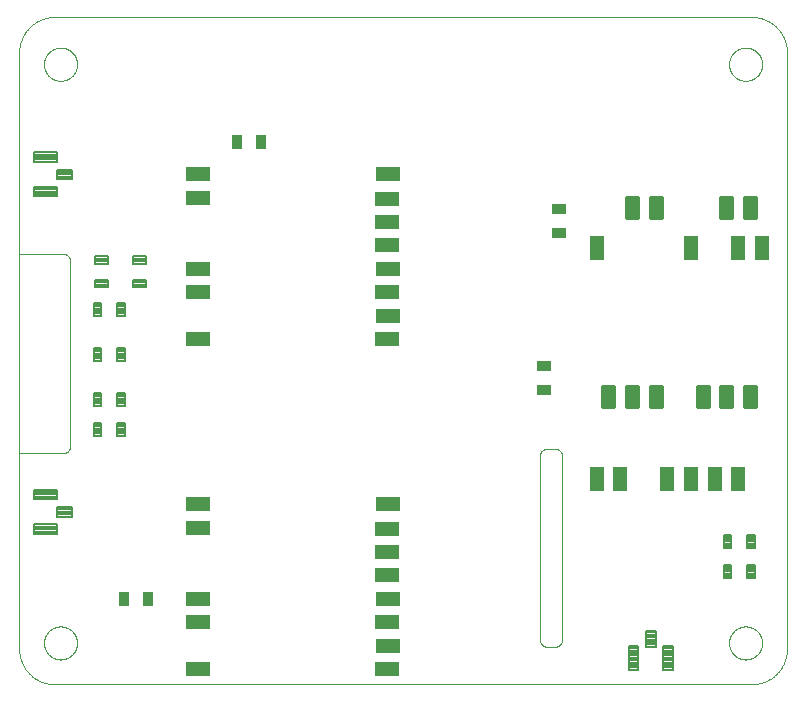
<source format=gtp>
G75*
%MOIN*%
%OFA0B0*%
%FSLAX25Y25*%
%IPPOS*%
%LPD*%
%AMOC8*
5,1,8,0,0,1.08239X$1,22.5*
%
%ADD10C,0.00000*%
%ADD11R,0.07874X0.05000*%
%ADD12R,0.03550X0.05118*%
%ADD13C,0.01000*%
%ADD14R,0.05000X0.07874*%
%ADD15R,0.05118X0.03550*%
%ADD16C,0.00800*%
%ADD17C,0.00787*%
D10*
X0067595Y0040744D02*
X0067595Y0239563D01*
X0067598Y0239848D01*
X0067609Y0240134D01*
X0067626Y0240419D01*
X0067650Y0240703D01*
X0067681Y0240987D01*
X0067719Y0241270D01*
X0067764Y0241551D01*
X0067815Y0241832D01*
X0067873Y0242112D01*
X0067938Y0242390D01*
X0068010Y0242666D01*
X0068088Y0242940D01*
X0068173Y0243213D01*
X0068265Y0243483D01*
X0068363Y0243751D01*
X0068467Y0244017D01*
X0068578Y0244280D01*
X0068695Y0244540D01*
X0068818Y0244798D01*
X0068948Y0245052D01*
X0069084Y0245303D01*
X0069225Y0245551D01*
X0069373Y0245795D01*
X0069526Y0246036D01*
X0069686Y0246272D01*
X0069851Y0246505D01*
X0070021Y0246734D01*
X0070197Y0246959D01*
X0070379Y0247179D01*
X0070565Y0247395D01*
X0070757Y0247606D01*
X0070954Y0247813D01*
X0071156Y0248015D01*
X0071363Y0248212D01*
X0071574Y0248404D01*
X0071790Y0248590D01*
X0072010Y0248772D01*
X0072235Y0248948D01*
X0072464Y0249118D01*
X0072697Y0249283D01*
X0072933Y0249443D01*
X0073174Y0249596D01*
X0073418Y0249744D01*
X0073666Y0249885D01*
X0073917Y0250021D01*
X0074171Y0250151D01*
X0074429Y0250274D01*
X0074689Y0250391D01*
X0074952Y0250502D01*
X0075218Y0250606D01*
X0075486Y0250704D01*
X0075756Y0250796D01*
X0076029Y0250881D01*
X0076303Y0250959D01*
X0076579Y0251031D01*
X0076857Y0251096D01*
X0077137Y0251154D01*
X0077418Y0251205D01*
X0077699Y0251250D01*
X0077982Y0251288D01*
X0078266Y0251319D01*
X0078550Y0251343D01*
X0078835Y0251360D01*
X0079121Y0251371D01*
X0079406Y0251374D01*
X0311690Y0251374D01*
X0311975Y0251371D01*
X0312261Y0251360D01*
X0312546Y0251343D01*
X0312830Y0251319D01*
X0313114Y0251288D01*
X0313397Y0251250D01*
X0313678Y0251205D01*
X0313959Y0251154D01*
X0314239Y0251096D01*
X0314517Y0251031D01*
X0314793Y0250959D01*
X0315067Y0250881D01*
X0315340Y0250796D01*
X0315610Y0250704D01*
X0315878Y0250606D01*
X0316144Y0250502D01*
X0316407Y0250391D01*
X0316667Y0250274D01*
X0316925Y0250151D01*
X0317179Y0250021D01*
X0317430Y0249885D01*
X0317678Y0249744D01*
X0317922Y0249596D01*
X0318163Y0249443D01*
X0318399Y0249283D01*
X0318632Y0249118D01*
X0318861Y0248948D01*
X0319086Y0248772D01*
X0319306Y0248590D01*
X0319522Y0248404D01*
X0319733Y0248212D01*
X0319940Y0248015D01*
X0320142Y0247813D01*
X0320339Y0247606D01*
X0320531Y0247395D01*
X0320717Y0247179D01*
X0320899Y0246959D01*
X0321075Y0246734D01*
X0321245Y0246505D01*
X0321410Y0246272D01*
X0321570Y0246036D01*
X0321723Y0245795D01*
X0321871Y0245551D01*
X0322012Y0245303D01*
X0322148Y0245052D01*
X0322278Y0244798D01*
X0322401Y0244540D01*
X0322518Y0244280D01*
X0322629Y0244017D01*
X0322733Y0243751D01*
X0322831Y0243483D01*
X0322923Y0243213D01*
X0323008Y0242940D01*
X0323086Y0242666D01*
X0323158Y0242390D01*
X0323223Y0242112D01*
X0323281Y0241832D01*
X0323332Y0241551D01*
X0323377Y0241270D01*
X0323415Y0240987D01*
X0323446Y0240703D01*
X0323470Y0240419D01*
X0323487Y0240134D01*
X0323498Y0239848D01*
X0323501Y0239563D01*
X0323501Y0040744D01*
X0323498Y0040459D01*
X0323487Y0040173D01*
X0323470Y0039888D01*
X0323446Y0039604D01*
X0323415Y0039320D01*
X0323377Y0039037D01*
X0323332Y0038756D01*
X0323281Y0038475D01*
X0323223Y0038195D01*
X0323158Y0037917D01*
X0323086Y0037641D01*
X0323008Y0037367D01*
X0322923Y0037094D01*
X0322831Y0036824D01*
X0322733Y0036556D01*
X0322629Y0036290D01*
X0322518Y0036027D01*
X0322401Y0035767D01*
X0322278Y0035509D01*
X0322148Y0035255D01*
X0322012Y0035004D01*
X0321871Y0034756D01*
X0321723Y0034512D01*
X0321570Y0034271D01*
X0321410Y0034035D01*
X0321245Y0033802D01*
X0321075Y0033573D01*
X0320899Y0033348D01*
X0320717Y0033128D01*
X0320531Y0032912D01*
X0320339Y0032701D01*
X0320142Y0032494D01*
X0319940Y0032292D01*
X0319733Y0032095D01*
X0319522Y0031903D01*
X0319306Y0031717D01*
X0319086Y0031535D01*
X0318861Y0031359D01*
X0318632Y0031189D01*
X0318399Y0031024D01*
X0318163Y0030864D01*
X0317922Y0030711D01*
X0317678Y0030563D01*
X0317430Y0030422D01*
X0317179Y0030286D01*
X0316925Y0030156D01*
X0316667Y0030033D01*
X0316407Y0029916D01*
X0316144Y0029805D01*
X0315878Y0029701D01*
X0315610Y0029603D01*
X0315340Y0029511D01*
X0315067Y0029426D01*
X0314793Y0029348D01*
X0314517Y0029276D01*
X0314239Y0029211D01*
X0313959Y0029153D01*
X0313678Y0029102D01*
X0313397Y0029057D01*
X0313114Y0029019D01*
X0312830Y0028988D01*
X0312546Y0028964D01*
X0312261Y0028947D01*
X0311975Y0028936D01*
X0311690Y0028933D01*
X0079406Y0028933D01*
X0079121Y0028936D01*
X0078835Y0028947D01*
X0078550Y0028964D01*
X0078266Y0028988D01*
X0077982Y0029019D01*
X0077699Y0029057D01*
X0077418Y0029102D01*
X0077137Y0029153D01*
X0076857Y0029211D01*
X0076579Y0029276D01*
X0076303Y0029348D01*
X0076029Y0029426D01*
X0075756Y0029511D01*
X0075486Y0029603D01*
X0075218Y0029701D01*
X0074952Y0029805D01*
X0074689Y0029916D01*
X0074429Y0030033D01*
X0074171Y0030156D01*
X0073917Y0030286D01*
X0073666Y0030422D01*
X0073418Y0030563D01*
X0073174Y0030711D01*
X0072933Y0030864D01*
X0072697Y0031024D01*
X0072464Y0031189D01*
X0072235Y0031359D01*
X0072010Y0031535D01*
X0071790Y0031717D01*
X0071574Y0031903D01*
X0071363Y0032095D01*
X0071156Y0032292D01*
X0070954Y0032494D01*
X0070757Y0032701D01*
X0070565Y0032912D01*
X0070379Y0033128D01*
X0070197Y0033348D01*
X0070021Y0033573D01*
X0069851Y0033802D01*
X0069686Y0034035D01*
X0069526Y0034271D01*
X0069373Y0034512D01*
X0069225Y0034756D01*
X0069084Y0035004D01*
X0068948Y0035255D01*
X0068818Y0035509D01*
X0068695Y0035767D01*
X0068578Y0036027D01*
X0068467Y0036290D01*
X0068363Y0036556D01*
X0068265Y0036824D01*
X0068173Y0037094D01*
X0068088Y0037367D01*
X0068010Y0037641D01*
X0067938Y0037917D01*
X0067873Y0038195D01*
X0067815Y0038475D01*
X0067764Y0038756D01*
X0067719Y0039037D01*
X0067681Y0039320D01*
X0067650Y0039604D01*
X0067626Y0039888D01*
X0067609Y0040173D01*
X0067598Y0040459D01*
X0067595Y0040744D01*
X0075863Y0042713D02*
X0075865Y0042861D01*
X0075871Y0043009D01*
X0075881Y0043157D01*
X0075895Y0043304D01*
X0075913Y0043451D01*
X0075934Y0043597D01*
X0075960Y0043743D01*
X0075990Y0043888D01*
X0076023Y0044032D01*
X0076061Y0044175D01*
X0076102Y0044317D01*
X0076147Y0044458D01*
X0076195Y0044598D01*
X0076248Y0044737D01*
X0076304Y0044874D01*
X0076364Y0045009D01*
X0076427Y0045143D01*
X0076494Y0045275D01*
X0076565Y0045405D01*
X0076639Y0045533D01*
X0076716Y0045659D01*
X0076797Y0045783D01*
X0076881Y0045905D01*
X0076968Y0046024D01*
X0077059Y0046141D01*
X0077153Y0046256D01*
X0077249Y0046368D01*
X0077349Y0046478D01*
X0077451Y0046584D01*
X0077557Y0046688D01*
X0077665Y0046789D01*
X0077776Y0046887D01*
X0077889Y0046983D01*
X0078005Y0047075D01*
X0078123Y0047164D01*
X0078244Y0047249D01*
X0078367Y0047332D01*
X0078492Y0047411D01*
X0078619Y0047487D01*
X0078748Y0047559D01*
X0078879Y0047628D01*
X0079012Y0047693D01*
X0079147Y0047754D01*
X0079283Y0047812D01*
X0079420Y0047867D01*
X0079559Y0047917D01*
X0079700Y0047964D01*
X0079841Y0048007D01*
X0079984Y0048047D01*
X0080128Y0048082D01*
X0080272Y0048114D01*
X0080418Y0048141D01*
X0080564Y0048165D01*
X0080711Y0048185D01*
X0080858Y0048201D01*
X0081005Y0048213D01*
X0081153Y0048221D01*
X0081301Y0048225D01*
X0081449Y0048225D01*
X0081597Y0048221D01*
X0081745Y0048213D01*
X0081892Y0048201D01*
X0082039Y0048185D01*
X0082186Y0048165D01*
X0082332Y0048141D01*
X0082478Y0048114D01*
X0082622Y0048082D01*
X0082766Y0048047D01*
X0082909Y0048007D01*
X0083050Y0047964D01*
X0083191Y0047917D01*
X0083330Y0047867D01*
X0083467Y0047812D01*
X0083603Y0047754D01*
X0083738Y0047693D01*
X0083871Y0047628D01*
X0084002Y0047559D01*
X0084131Y0047487D01*
X0084258Y0047411D01*
X0084383Y0047332D01*
X0084506Y0047249D01*
X0084627Y0047164D01*
X0084745Y0047075D01*
X0084861Y0046983D01*
X0084974Y0046887D01*
X0085085Y0046789D01*
X0085193Y0046688D01*
X0085299Y0046584D01*
X0085401Y0046478D01*
X0085501Y0046368D01*
X0085597Y0046256D01*
X0085691Y0046141D01*
X0085782Y0046024D01*
X0085869Y0045905D01*
X0085953Y0045783D01*
X0086034Y0045659D01*
X0086111Y0045533D01*
X0086185Y0045405D01*
X0086256Y0045275D01*
X0086323Y0045143D01*
X0086386Y0045009D01*
X0086446Y0044874D01*
X0086502Y0044737D01*
X0086555Y0044598D01*
X0086603Y0044458D01*
X0086648Y0044317D01*
X0086689Y0044175D01*
X0086727Y0044032D01*
X0086760Y0043888D01*
X0086790Y0043743D01*
X0086816Y0043597D01*
X0086837Y0043451D01*
X0086855Y0043304D01*
X0086869Y0043157D01*
X0086879Y0043009D01*
X0086885Y0042861D01*
X0086887Y0042713D01*
X0086885Y0042565D01*
X0086879Y0042417D01*
X0086869Y0042269D01*
X0086855Y0042122D01*
X0086837Y0041975D01*
X0086816Y0041829D01*
X0086790Y0041683D01*
X0086760Y0041538D01*
X0086727Y0041394D01*
X0086689Y0041251D01*
X0086648Y0041109D01*
X0086603Y0040968D01*
X0086555Y0040828D01*
X0086502Y0040689D01*
X0086446Y0040552D01*
X0086386Y0040417D01*
X0086323Y0040283D01*
X0086256Y0040151D01*
X0086185Y0040021D01*
X0086111Y0039893D01*
X0086034Y0039767D01*
X0085953Y0039643D01*
X0085869Y0039521D01*
X0085782Y0039402D01*
X0085691Y0039285D01*
X0085597Y0039170D01*
X0085501Y0039058D01*
X0085401Y0038948D01*
X0085299Y0038842D01*
X0085193Y0038738D01*
X0085085Y0038637D01*
X0084974Y0038539D01*
X0084861Y0038443D01*
X0084745Y0038351D01*
X0084627Y0038262D01*
X0084506Y0038177D01*
X0084383Y0038094D01*
X0084258Y0038015D01*
X0084131Y0037939D01*
X0084002Y0037867D01*
X0083871Y0037798D01*
X0083738Y0037733D01*
X0083603Y0037672D01*
X0083467Y0037614D01*
X0083330Y0037559D01*
X0083191Y0037509D01*
X0083050Y0037462D01*
X0082909Y0037419D01*
X0082766Y0037379D01*
X0082622Y0037344D01*
X0082478Y0037312D01*
X0082332Y0037285D01*
X0082186Y0037261D01*
X0082039Y0037241D01*
X0081892Y0037225D01*
X0081745Y0037213D01*
X0081597Y0037205D01*
X0081449Y0037201D01*
X0081301Y0037201D01*
X0081153Y0037205D01*
X0081005Y0037213D01*
X0080858Y0037225D01*
X0080711Y0037241D01*
X0080564Y0037261D01*
X0080418Y0037285D01*
X0080272Y0037312D01*
X0080128Y0037344D01*
X0079984Y0037379D01*
X0079841Y0037419D01*
X0079700Y0037462D01*
X0079559Y0037509D01*
X0079420Y0037559D01*
X0079283Y0037614D01*
X0079147Y0037672D01*
X0079012Y0037733D01*
X0078879Y0037798D01*
X0078748Y0037867D01*
X0078619Y0037939D01*
X0078492Y0038015D01*
X0078367Y0038094D01*
X0078244Y0038177D01*
X0078123Y0038262D01*
X0078005Y0038351D01*
X0077889Y0038443D01*
X0077776Y0038539D01*
X0077665Y0038637D01*
X0077557Y0038738D01*
X0077451Y0038842D01*
X0077349Y0038948D01*
X0077249Y0039058D01*
X0077153Y0039170D01*
X0077059Y0039285D01*
X0076968Y0039402D01*
X0076881Y0039521D01*
X0076797Y0039643D01*
X0076716Y0039767D01*
X0076639Y0039893D01*
X0076565Y0040021D01*
X0076494Y0040151D01*
X0076427Y0040283D01*
X0076364Y0040417D01*
X0076304Y0040552D01*
X0076248Y0040689D01*
X0076195Y0040828D01*
X0076147Y0040968D01*
X0076102Y0041109D01*
X0076061Y0041251D01*
X0076023Y0041394D01*
X0075990Y0041538D01*
X0075960Y0041683D01*
X0075934Y0041829D01*
X0075913Y0041975D01*
X0075895Y0042122D01*
X0075881Y0042269D01*
X0075871Y0042417D01*
X0075865Y0042565D01*
X0075863Y0042713D01*
X0082095Y0105933D02*
X0067595Y0105933D01*
X0067595Y0106433D01*
X0082095Y0105933D02*
X0082193Y0105935D01*
X0082291Y0105941D01*
X0082389Y0105950D01*
X0082486Y0105964D01*
X0082583Y0105981D01*
X0082679Y0106002D01*
X0082774Y0106027D01*
X0082868Y0106055D01*
X0082960Y0106088D01*
X0083052Y0106123D01*
X0083142Y0106163D01*
X0083230Y0106205D01*
X0083317Y0106252D01*
X0083401Y0106301D01*
X0083484Y0106354D01*
X0083564Y0106410D01*
X0083643Y0106470D01*
X0083719Y0106532D01*
X0083792Y0106597D01*
X0083863Y0106665D01*
X0083931Y0106736D01*
X0083996Y0106809D01*
X0084058Y0106885D01*
X0084118Y0106964D01*
X0084174Y0107044D01*
X0084227Y0107127D01*
X0084276Y0107211D01*
X0084323Y0107298D01*
X0084365Y0107386D01*
X0084405Y0107476D01*
X0084440Y0107568D01*
X0084473Y0107660D01*
X0084501Y0107754D01*
X0084526Y0107849D01*
X0084547Y0107945D01*
X0084564Y0108042D01*
X0084578Y0108139D01*
X0084587Y0108237D01*
X0084593Y0108335D01*
X0084595Y0108433D01*
X0084595Y0169933D01*
X0084593Y0170031D01*
X0084587Y0170129D01*
X0084578Y0170227D01*
X0084564Y0170324D01*
X0084547Y0170421D01*
X0084526Y0170517D01*
X0084501Y0170612D01*
X0084473Y0170706D01*
X0084440Y0170798D01*
X0084405Y0170890D01*
X0084365Y0170980D01*
X0084323Y0171068D01*
X0084276Y0171155D01*
X0084227Y0171239D01*
X0084174Y0171322D01*
X0084118Y0171402D01*
X0084058Y0171481D01*
X0083996Y0171557D01*
X0083931Y0171630D01*
X0083863Y0171701D01*
X0083792Y0171769D01*
X0083719Y0171834D01*
X0083643Y0171896D01*
X0083564Y0171956D01*
X0083484Y0172012D01*
X0083401Y0172065D01*
X0083317Y0172114D01*
X0083230Y0172161D01*
X0083142Y0172203D01*
X0083052Y0172243D01*
X0082960Y0172278D01*
X0082868Y0172311D01*
X0082774Y0172339D01*
X0082679Y0172364D01*
X0082583Y0172385D01*
X0082486Y0172402D01*
X0082389Y0172416D01*
X0082291Y0172425D01*
X0082193Y0172431D01*
X0082095Y0172433D01*
X0067595Y0172433D01*
X0075863Y0235626D02*
X0075865Y0235774D01*
X0075871Y0235922D01*
X0075881Y0236070D01*
X0075895Y0236217D01*
X0075913Y0236364D01*
X0075934Y0236510D01*
X0075960Y0236656D01*
X0075990Y0236801D01*
X0076023Y0236945D01*
X0076061Y0237088D01*
X0076102Y0237230D01*
X0076147Y0237371D01*
X0076195Y0237511D01*
X0076248Y0237650D01*
X0076304Y0237787D01*
X0076364Y0237922D01*
X0076427Y0238056D01*
X0076494Y0238188D01*
X0076565Y0238318D01*
X0076639Y0238446D01*
X0076716Y0238572D01*
X0076797Y0238696D01*
X0076881Y0238818D01*
X0076968Y0238937D01*
X0077059Y0239054D01*
X0077153Y0239169D01*
X0077249Y0239281D01*
X0077349Y0239391D01*
X0077451Y0239497D01*
X0077557Y0239601D01*
X0077665Y0239702D01*
X0077776Y0239800D01*
X0077889Y0239896D01*
X0078005Y0239988D01*
X0078123Y0240077D01*
X0078244Y0240162D01*
X0078367Y0240245D01*
X0078492Y0240324D01*
X0078619Y0240400D01*
X0078748Y0240472D01*
X0078879Y0240541D01*
X0079012Y0240606D01*
X0079147Y0240667D01*
X0079283Y0240725D01*
X0079420Y0240780D01*
X0079559Y0240830D01*
X0079700Y0240877D01*
X0079841Y0240920D01*
X0079984Y0240960D01*
X0080128Y0240995D01*
X0080272Y0241027D01*
X0080418Y0241054D01*
X0080564Y0241078D01*
X0080711Y0241098D01*
X0080858Y0241114D01*
X0081005Y0241126D01*
X0081153Y0241134D01*
X0081301Y0241138D01*
X0081449Y0241138D01*
X0081597Y0241134D01*
X0081745Y0241126D01*
X0081892Y0241114D01*
X0082039Y0241098D01*
X0082186Y0241078D01*
X0082332Y0241054D01*
X0082478Y0241027D01*
X0082622Y0240995D01*
X0082766Y0240960D01*
X0082909Y0240920D01*
X0083050Y0240877D01*
X0083191Y0240830D01*
X0083330Y0240780D01*
X0083467Y0240725D01*
X0083603Y0240667D01*
X0083738Y0240606D01*
X0083871Y0240541D01*
X0084002Y0240472D01*
X0084131Y0240400D01*
X0084258Y0240324D01*
X0084383Y0240245D01*
X0084506Y0240162D01*
X0084627Y0240077D01*
X0084745Y0239988D01*
X0084861Y0239896D01*
X0084974Y0239800D01*
X0085085Y0239702D01*
X0085193Y0239601D01*
X0085299Y0239497D01*
X0085401Y0239391D01*
X0085501Y0239281D01*
X0085597Y0239169D01*
X0085691Y0239054D01*
X0085782Y0238937D01*
X0085869Y0238818D01*
X0085953Y0238696D01*
X0086034Y0238572D01*
X0086111Y0238446D01*
X0086185Y0238318D01*
X0086256Y0238188D01*
X0086323Y0238056D01*
X0086386Y0237922D01*
X0086446Y0237787D01*
X0086502Y0237650D01*
X0086555Y0237511D01*
X0086603Y0237371D01*
X0086648Y0237230D01*
X0086689Y0237088D01*
X0086727Y0236945D01*
X0086760Y0236801D01*
X0086790Y0236656D01*
X0086816Y0236510D01*
X0086837Y0236364D01*
X0086855Y0236217D01*
X0086869Y0236070D01*
X0086879Y0235922D01*
X0086885Y0235774D01*
X0086887Y0235626D01*
X0086885Y0235478D01*
X0086879Y0235330D01*
X0086869Y0235182D01*
X0086855Y0235035D01*
X0086837Y0234888D01*
X0086816Y0234742D01*
X0086790Y0234596D01*
X0086760Y0234451D01*
X0086727Y0234307D01*
X0086689Y0234164D01*
X0086648Y0234022D01*
X0086603Y0233881D01*
X0086555Y0233741D01*
X0086502Y0233602D01*
X0086446Y0233465D01*
X0086386Y0233330D01*
X0086323Y0233196D01*
X0086256Y0233064D01*
X0086185Y0232934D01*
X0086111Y0232806D01*
X0086034Y0232680D01*
X0085953Y0232556D01*
X0085869Y0232434D01*
X0085782Y0232315D01*
X0085691Y0232198D01*
X0085597Y0232083D01*
X0085501Y0231971D01*
X0085401Y0231861D01*
X0085299Y0231755D01*
X0085193Y0231651D01*
X0085085Y0231550D01*
X0084974Y0231452D01*
X0084861Y0231356D01*
X0084745Y0231264D01*
X0084627Y0231175D01*
X0084506Y0231090D01*
X0084383Y0231007D01*
X0084258Y0230928D01*
X0084131Y0230852D01*
X0084002Y0230780D01*
X0083871Y0230711D01*
X0083738Y0230646D01*
X0083603Y0230585D01*
X0083467Y0230527D01*
X0083330Y0230472D01*
X0083191Y0230422D01*
X0083050Y0230375D01*
X0082909Y0230332D01*
X0082766Y0230292D01*
X0082622Y0230257D01*
X0082478Y0230225D01*
X0082332Y0230198D01*
X0082186Y0230174D01*
X0082039Y0230154D01*
X0081892Y0230138D01*
X0081745Y0230126D01*
X0081597Y0230118D01*
X0081449Y0230114D01*
X0081301Y0230114D01*
X0081153Y0230118D01*
X0081005Y0230126D01*
X0080858Y0230138D01*
X0080711Y0230154D01*
X0080564Y0230174D01*
X0080418Y0230198D01*
X0080272Y0230225D01*
X0080128Y0230257D01*
X0079984Y0230292D01*
X0079841Y0230332D01*
X0079700Y0230375D01*
X0079559Y0230422D01*
X0079420Y0230472D01*
X0079283Y0230527D01*
X0079147Y0230585D01*
X0079012Y0230646D01*
X0078879Y0230711D01*
X0078748Y0230780D01*
X0078619Y0230852D01*
X0078492Y0230928D01*
X0078367Y0231007D01*
X0078244Y0231090D01*
X0078123Y0231175D01*
X0078005Y0231264D01*
X0077889Y0231356D01*
X0077776Y0231452D01*
X0077665Y0231550D01*
X0077557Y0231651D01*
X0077451Y0231755D01*
X0077349Y0231861D01*
X0077249Y0231971D01*
X0077153Y0232083D01*
X0077059Y0232198D01*
X0076968Y0232315D01*
X0076881Y0232434D01*
X0076797Y0232556D01*
X0076716Y0232680D01*
X0076639Y0232806D01*
X0076565Y0232934D01*
X0076494Y0233064D01*
X0076427Y0233196D01*
X0076364Y0233330D01*
X0076304Y0233465D01*
X0076248Y0233602D01*
X0076195Y0233741D01*
X0076147Y0233881D01*
X0076102Y0234022D01*
X0076061Y0234164D01*
X0076023Y0234307D01*
X0075990Y0234451D01*
X0075960Y0234596D01*
X0075934Y0234742D01*
X0075913Y0234888D01*
X0075895Y0235035D01*
X0075881Y0235182D01*
X0075871Y0235330D01*
X0075865Y0235478D01*
X0075863Y0235626D01*
X0241095Y0104933D02*
X0241095Y0043933D01*
X0241097Y0043835D01*
X0241103Y0043737D01*
X0241112Y0043639D01*
X0241126Y0043542D01*
X0241143Y0043445D01*
X0241164Y0043349D01*
X0241189Y0043254D01*
X0241217Y0043160D01*
X0241250Y0043068D01*
X0241285Y0042976D01*
X0241325Y0042886D01*
X0241367Y0042798D01*
X0241414Y0042711D01*
X0241463Y0042627D01*
X0241516Y0042544D01*
X0241572Y0042464D01*
X0241632Y0042385D01*
X0241694Y0042309D01*
X0241759Y0042236D01*
X0241827Y0042165D01*
X0241898Y0042097D01*
X0241971Y0042032D01*
X0242047Y0041970D01*
X0242126Y0041910D01*
X0242206Y0041854D01*
X0242289Y0041801D01*
X0242373Y0041752D01*
X0242460Y0041705D01*
X0242548Y0041663D01*
X0242638Y0041623D01*
X0242730Y0041588D01*
X0242822Y0041555D01*
X0242916Y0041527D01*
X0243011Y0041502D01*
X0243107Y0041481D01*
X0243204Y0041464D01*
X0243301Y0041450D01*
X0243399Y0041441D01*
X0243497Y0041435D01*
X0243595Y0041433D01*
X0246095Y0041433D01*
X0246193Y0041435D01*
X0246291Y0041441D01*
X0246389Y0041450D01*
X0246486Y0041464D01*
X0246583Y0041481D01*
X0246679Y0041502D01*
X0246774Y0041527D01*
X0246868Y0041555D01*
X0246960Y0041588D01*
X0247052Y0041623D01*
X0247142Y0041663D01*
X0247230Y0041705D01*
X0247317Y0041752D01*
X0247401Y0041801D01*
X0247484Y0041854D01*
X0247564Y0041910D01*
X0247643Y0041970D01*
X0247719Y0042032D01*
X0247792Y0042097D01*
X0247863Y0042165D01*
X0247931Y0042236D01*
X0247996Y0042309D01*
X0248058Y0042385D01*
X0248118Y0042464D01*
X0248174Y0042544D01*
X0248227Y0042627D01*
X0248276Y0042711D01*
X0248323Y0042798D01*
X0248365Y0042886D01*
X0248405Y0042976D01*
X0248440Y0043068D01*
X0248473Y0043160D01*
X0248501Y0043254D01*
X0248526Y0043349D01*
X0248547Y0043445D01*
X0248564Y0043542D01*
X0248578Y0043639D01*
X0248587Y0043737D01*
X0248593Y0043835D01*
X0248595Y0043933D01*
X0248595Y0104933D01*
X0248593Y0105031D01*
X0248587Y0105129D01*
X0248578Y0105227D01*
X0248564Y0105324D01*
X0248547Y0105421D01*
X0248526Y0105517D01*
X0248501Y0105612D01*
X0248473Y0105706D01*
X0248440Y0105798D01*
X0248405Y0105890D01*
X0248365Y0105980D01*
X0248323Y0106068D01*
X0248276Y0106155D01*
X0248227Y0106239D01*
X0248174Y0106322D01*
X0248118Y0106402D01*
X0248058Y0106481D01*
X0247996Y0106557D01*
X0247931Y0106630D01*
X0247863Y0106701D01*
X0247792Y0106769D01*
X0247719Y0106834D01*
X0247643Y0106896D01*
X0247564Y0106956D01*
X0247484Y0107012D01*
X0247401Y0107065D01*
X0247317Y0107114D01*
X0247230Y0107161D01*
X0247142Y0107203D01*
X0247052Y0107243D01*
X0246960Y0107278D01*
X0246868Y0107311D01*
X0246774Y0107339D01*
X0246679Y0107364D01*
X0246583Y0107385D01*
X0246486Y0107402D01*
X0246389Y0107416D01*
X0246291Y0107425D01*
X0246193Y0107431D01*
X0246095Y0107433D01*
X0243595Y0107433D01*
X0243497Y0107431D01*
X0243399Y0107425D01*
X0243301Y0107416D01*
X0243204Y0107402D01*
X0243107Y0107385D01*
X0243011Y0107364D01*
X0242916Y0107339D01*
X0242822Y0107311D01*
X0242730Y0107278D01*
X0242638Y0107243D01*
X0242548Y0107203D01*
X0242460Y0107161D01*
X0242373Y0107114D01*
X0242289Y0107065D01*
X0242206Y0107012D01*
X0242126Y0106956D01*
X0242047Y0106896D01*
X0241971Y0106834D01*
X0241898Y0106769D01*
X0241827Y0106701D01*
X0241759Y0106630D01*
X0241694Y0106557D01*
X0241632Y0106481D01*
X0241572Y0106402D01*
X0241516Y0106322D01*
X0241463Y0106239D01*
X0241414Y0106155D01*
X0241367Y0106068D01*
X0241325Y0105980D01*
X0241285Y0105890D01*
X0241250Y0105798D01*
X0241217Y0105706D01*
X0241189Y0105612D01*
X0241164Y0105517D01*
X0241143Y0105421D01*
X0241126Y0105324D01*
X0241112Y0105227D01*
X0241103Y0105129D01*
X0241097Y0105031D01*
X0241095Y0104933D01*
X0304209Y0042713D02*
X0304211Y0042861D01*
X0304217Y0043009D01*
X0304227Y0043157D01*
X0304241Y0043304D01*
X0304259Y0043451D01*
X0304280Y0043597D01*
X0304306Y0043743D01*
X0304336Y0043888D01*
X0304369Y0044032D01*
X0304407Y0044175D01*
X0304448Y0044317D01*
X0304493Y0044458D01*
X0304541Y0044598D01*
X0304594Y0044737D01*
X0304650Y0044874D01*
X0304710Y0045009D01*
X0304773Y0045143D01*
X0304840Y0045275D01*
X0304911Y0045405D01*
X0304985Y0045533D01*
X0305062Y0045659D01*
X0305143Y0045783D01*
X0305227Y0045905D01*
X0305314Y0046024D01*
X0305405Y0046141D01*
X0305499Y0046256D01*
X0305595Y0046368D01*
X0305695Y0046478D01*
X0305797Y0046584D01*
X0305903Y0046688D01*
X0306011Y0046789D01*
X0306122Y0046887D01*
X0306235Y0046983D01*
X0306351Y0047075D01*
X0306469Y0047164D01*
X0306590Y0047249D01*
X0306713Y0047332D01*
X0306838Y0047411D01*
X0306965Y0047487D01*
X0307094Y0047559D01*
X0307225Y0047628D01*
X0307358Y0047693D01*
X0307493Y0047754D01*
X0307629Y0047812D01*
X0307766Y0047867D01*
X0307905Y0047917D01*
X0308046Y0047964D01*
X0308187Y0048007D01*
X0308330Y0048047D01*
X0308474Y0048082D01*
X0308618Y0048114D01*
X0308764Y0048141D01*
X0308910Y0048165D01*
X0309057Y0048185D01*
X0309204Y0048201D01*
X0309351Y0048213D01*
X0309499Y0048221D01*
X0309647Y0048225D01*
X0309795Y0048225D01*
X0309943Y0048221D01*
X0310091Y0048213D01*
X0310238Y0048201D01*
X0310385Y0048185D01*
X0310532Y0048165D01*
X0310678Y0048141D01*
X0310824Y0048114D01*
X0310968Y0048082D01*
X0311112Y0048047D01*
X0311255Y0048007D01*
X0311396Y0047964D01*
X0311537Y0047917D01*
X0311676Y0047867D01*
X0311813Y0047812D01*
X0311949Y0047754D01*
X0312084Y0047693D01*
X0312217Y0047628D01*
X0312348Y0047559D01*
X0312477Y0047487D01*
X0312604Y0047411D01*
X0312729Y0047332D01*
X0312852Y0047249D01*
X0312973Y0047164D01*
X0313091Y0047075D01*
X0313207Y0046983D01*
X0313320Y0046887D01*
X0313431Y0046789D01*
X0313539Y0046688D01*
X0313645Y0046584D01*
X0313747Y0046478D01*
X0313847Y0046368D01*
X0313943Y0046256D01*
X0314037Y0046141D01*
X0314128Y0046024D01*
X0314215Y0045905D01*
X0314299Y0045783D01*
X0314380Y0045659D01*
X0314457Y0045533D01*
X0314531Y0045405D01*
X0314602Y0045275D01*
X0314669Y0045143D01*
X0314732Y0045009D01*
X0314792Y0044874D01*
X0314848Y0044737D01*
X0314901Y0044598D01*
X0314949Y0044458D01*
X0314994Y0044317D01*
X0315035Y0044175D01*
X0315073Y0044032D01*
X0315106Y0043888D01*
X0315136Y0043743D01*
X0315162Y0043597D01*
X0315183Y0043451D01*
X0315201Y0043304D01*
X0315215Y0043157D01*
X0315225Y0043009D01*
X0315231Y0042861D01*
X0315233Y0042713D01*
X0315231Y0042565D01*
X0315225Y0042417D01*
X0315215Y0042269D01*
X0315201Y0042122D01*
X0315183Y0041975D01*
X0315162Y0041829D01*
X0315136Y0041683D01*
X0315106Y0041538D01*
X0315073Y0041394D01*
X0315035Y0041251D01*
X0314994Y0041109D01*
X0314949Y0040968D01*
X0314901Y0040828D01*
X0314848Y0040689D01*
X0314792Y0040552D01*
X0314732Y0040417D01*
X0314669Y0040283D01*
X0314602Y0040151D01*
X0314531Y0040021D01*
X0314457Y0039893D01*
X0314380Y0039767D01*
X0314299Y0039643D01*
X0314215Y0039521D01*
X0314128Y0039402D01*
X0314037Y0039285D01*
X0313943Y0039170D01*
X0313847Y0039058D01*
X0313747Y0038948D01*
X0313645Y0038842D01*
X0313539Y0038738D01*
X0313431Y0038637D01*
X0313320Y0038539D01*
X0313207Y0038443D01*
X0313091Y0038351D01*
X0312973Y0038262D01*
X0312852Y0038177D01*
X0312729Y0038094D01*
X0312604Y0038015D01*
X0312477Y0037939D01*
X0312348Y0037867D01*
X0312217Y0037798D01*
X0312084Y0037733D01*
X0311949Y0037672D01*
X0311813Y0037614D01*
X0311676Y0037559D01*
X0311537Y0037509D01*
X0311396Y0037462D01*
X0311255Y0037419D01*
X0311112Y0037379D01*
X0310968Y0037344D01*
X0310824Y0037312D01*
X0310678Y0037285D01*
X0310532Y0037261D01*
X0310385Y0037241D01*
X0310238Y0037225D01*
X0310091Y0037213D01*
X0309943Y0037205D01*
X0309795Y0037201D01*
X0309647Y0037201D01*
X0309499Y0037205D01*
X0309351Y0037213D01*
X0309204Y0037225D01*
X0309057Y0037241D01*
X0308910Y0037261D01*
X0308764Y0037285D01*
X0308618Y0037312D01*
X0308474Y0037344D01*
X0308330Y0037379D01*
X0308187Y0037419D01*
X0308046Y0037462D01*
X0307905Y0037509D01*
X0307766Y0037559D01*
X0307629Y0037614D01*
X0307493Y0037672D01*
X0307358Y0037733D01*
X0307225Y0037798D01*
X0307094Y0037867D01*
X0306965Y0037939D01*
X0306838Y0038015D01*
X0306713Y0038094D01*
X0306590Y0038177D01*
X0306469Y0038262D01*
X0306351Y0038351D01*
X0306235Y0038443D01*
X0306122Y0038539D01*
X0306011Y0038637D01*
X0305903Y0038738D01*
X0305797Y0038842D01*
X0305695Y0038948D01*
X0305595Y0039058D01*
X0305499Y0039170D01*
X0305405Y0039285D01*
X0305314Y0039402D01*
X0305227Y0039521D01*
X0305143Y0039643D01*
X0305062Y0039767D01*
X0304985Y0039893D01*
X0304911Y0040021D01*
X0304840Y0040151D01*
X0304773Y0040283D01*
X0304710Y0040417D01*
X0304650Y0040552D01*
X0304594Y0040689D01*
X0304541Y0040828D01*
X0304493Y0040968D01*
X0304448Y0041109D01*
X0304407Y0041251D01*
X0304369Y0041394D01*
X0304336Y0041538D01*
X0304306Y0041683D01*
X0304280Y0041829D01*
X0304259Y0041975D01*
X0304241Y0042122D01*
X0304227Y0042269D01*
X0304217Y0042417D01*
X0304211Y0042565D01*
X0304209Y0042713D01*
X0304209Y0235626D02*
X0304211Y0235774D01*
X0304217Y0235922D01*
X0304227Y0236070D01*
X0304241Y0236217D01*
X0304259Y0236364D01*
X0304280Y0236510D01*
X0304306Y0236656D01*
X0304336Y0236801D01*
X0304369Y0236945D01*
X0304407Y0237088D01*
X0304448Y0237230D01*
X0304493Y0237371D01*
X0304541Y0237511D01*
X0304594Y0237650D01*
X0304650Y0237787D01*
X0304710Y0237922D01*
X0304773Y0238056D01*
X0304840Y0238188D01*
X0304911Y0238318D01*
X0304985Y0238446D01*
X0305062Y0238572D01*
X0305143Y0238696D01*
X0305227Y0238818D01*
X0305314Y0238937D01*
X0305405Y0239054D01*
X0305499Y0239169D01*
X0305595Y0239281D01*
X0305695Y0239391D01*
X0305797Y0239497D01*
X0305903Y0239601D01*
X0306011Y0239702D01*
X0306122Y0239800D01*
X0306235Y0239896D01*
X0306351Y0239988D01*
X0306469Y0240077D01*
X0306590Y0240162D01*
X0306713Y0240245D01*
X0306838Y0240324D01*
X0306965Y0240400D01*
X0307094Y0240472D01*
X0307225Y0240541D01*
X0307358Y0240606D01*
X0307493Y0240667D01*
X0307629Y0240725D01*
X0307766Y0240780D01*
X0307905Y0240830D01*
X0308046Y0240877D01*
X0308187Y0240920D01*
X0308330Y0240960D01*
X0308474Y0240995D01*
X0308618Y0241027D01*
X0308764Y0241054D01*
X0308910Y0241078D01*
X0309057Y0241098D01*
X0309204Y0241114D01*
X0309351Y0241126D01*
X0309499Y0241134D01*
X0309647Y0241138D01*
X0309795Y0241138D01*
X0309943Y0241134D01*
X0310091Y0241126D01*
X0310238Y0241114D01*
X0310385Y0241098D01*
X0310532Y0241078D01*
X0310678Y0241054D01*
X0310824Y0241027D01*
X0310968Y0240995D01*
X0311112Y0240960D01*
X0311255Y0240920D01*
X0311396Y0240877D01*
X0311537Y0240830D01*
X0311676Y0240780D01*
X0311813Y0240725D01*
X0311949Y0240667D01*
X0312084Y0240606D01*
X0312217Y0240541D01*
X0312348Y0240472D01*
X0312477Y0240400D01*
X0312604Y0240324D01*
X0312729Y0240245D01*
X0312852Y0240162D01*
X0312973Y0240077D01*
X0313091Y0239988D01*
X0313207Y0239896D01*
X0313320Y0239800D01*
X0313431Y0239702D01*
X0313539Y0239601D01*
X0313645Y0239497D01*
X0313747Y0239391D01*
X0313847Y0239281D01*
X0313943Y0239169D01*
X0314037Y0239054D01*
X0314128Y0238937D01*
X0314215Y0238818D01*
X0314299Y0238696D01*
X0314380Y0238572D01*
X0314457Y0238446D01*
X0314531Y0238318D01*
X0314602Y0238188D01*
X0314669Y0238056D01*
X0314732Y0237922D01*
X0314792Y0237787D01*
X0314848Y0237650D01*
X0314901Y0237511D01*
X0314949Y0237371D01*
X0314994Y0237230D01*
X0315035Y0237088D01*
X0315073Y0236945D01*
X0315106Y0236801D01*
X0315136Y0236656D01*
X0315162Y0236510D01*
X0315183Y0236364D01*
X0315201Y0236217D01*
X0315215Y0236070D01*
X0315225Y0235922D01*
X0315231Y0235774D01*
X0315233Y0235626D01*
X0315231Y0235478D01*
X0315225Y0235330D01*
X0315215Y0235182D01*
X0315201Y0235035D01*
X0315183Y0234888D01*
X0315162Y0234742D01*
X0315136Y0234596D01*
X0315106Y0234451D01*
X0315073Y0234307D01*
X0315035Y0234164D01*
X0314994Y0234022D01*
X0314949Y0233881D01*
X0314901Y0233741D01*
X0314848Y0233602D01*
X0314792Y0233465D01*
X0314732Y0233330D01*
X0314669Y0233196D01*
X0314602Y0233064D01*
X0314531Y0232934D01*
X0314457Y0232806D01*
X0314380Y0232680D01*
X0314299Y0232556D01*
X0314215Y0232434D01*
X0314128Y0232315D01*
X0314037Y0232198D01*
X0313943Y0232083D01*
X0313847Y0231971D01*
X0313747Y0231861D01*
X0313645Y0231755D01*
X0313539Y0231651D01*
X0313431Y0231550D01*
X0313320Y0231452D01*
X0313207Y0231356D01*
X0313091Y0231264D01*
X0312973Y0231175D01*
X0312852Y0231090D01*
X0312729Y0231007D01*
X0312604Y0230928D01*
X0312477Y0230852D01*
X0312348Y0230780D01*
X0312217Y0230711D01*
X0312084Y0230646D01*
X0311949Y0230585D01*
X0311813Y0230527D01*
X0311676Y0230472D01*
X0311537Y0230422D01*
X0311396Y0230375D01*
X0311255Y0230332D01*
X0311112Y0230292D01*
X0310968Y0230257D01*
X0310824Y0230225D01*
X0310678Y0230198D01*
X0310532Y0230174D01*
X0310385Y0230154D01*
X0310238Y0230138D01*
X0310091Y0230126D01*
X0309943Y0230118D01*
X0309795Y0230114D01*
X0309647Y0230114D01*
X0309499Y0230118D01*
X0309351Y0230126D01*
X0309204Y0230138D01*
X0309057Y0230154D01*
X0308910Y0230174D01*
X0308764Y0230198D01*
X0308618Y0230225D01*
X0308474Y0230257D01*
X0308330Y0230292D01*
X0308187Y0230332D01*
X0308046Y0230375D01*
X0307905Y0230422D01*
X0307766Y0230472D01*
X0307629Y0230527D01*
X0307493Y0230585D01*
X0307358Y0230646D01*
X0307225Y0230711D01*
X0307094Y0230780D01*
X0306965Y0230852D01*
X0306838Y0230928D01*
X0306713Y0231007D01*
X0306590Y0231090D01*
X0306469Y0231175D01*
X0306351Y0231264D01*
X0306235Y0231356D01*
X0306122Y0231452D01*
X0306011Y0231550D01*
X0305903Y0231651D01*
X0305797Y0231755D01*
X0305695Y0231861D01*
X0305595Y0231971D01*
X0305499Y0232083D01*
X0305405Y0232198D01*
X0305314Y0232315D01*
X0305227Y0232434D01*
X0305143Y0232556D01*
X0305062Y0232680D01*
X0304985Y0232806D01*
X0304911Y0232934D01*
X0304840Y0233064D01*
X0304773Y0233196D01*
X0304710Y0233330D01*
X0304650Y0233465D01*
X0304594Y0233602D01*
X0304541Y0233741D01*
X0304493Y0233881D01*
X0304448Y0234022D01*
X0304407Y0234164D01*
X0304369Y0234307D01*
X0304336Y0234451D01*
X0304306Y0234596D01*
X0304280Y0234742D01*
X0304259Y0234888D01*
X0304241Y0235035D01*
X0304227Y0235182D01*
X0304217Y0235330D01*
X0304211Y0235478D01*
X0304209Y0235626D01*
D11*
X0190371Y0198992D03*
X0190349Y0190868D03*
X0190341Y0182870D03*
X0190341Y0175370D03*
X0190371Y0167448D03*
X0190349Y0159622D03*
X0190371Y0151748D03*
X0190341Y0143874D03*
X0127341Y0143874D03*
X0127349Y0159622D03*
X0127349Y0167496D03*
X0127349Y0191118D03*
X0127349Y0198992D03*
X0127349Y0088992D03*
X0127349Y0081118D03*
X0127349Y0057496D03*
X0127349Y0049622D03*
X0127341Y0033874D03*
X0190341Y0033874D03*
X0190371Y0041748D03*
X0190349Y0049622D03*
X0190371Y0057448D03*
X0190341Y0065370D03*
X0190341Y0072870D03*
X0190349Y0080868D03*
X0190371Y0088992D03*
D12*
X0110532Y0057433D03*
X0102658Y0057433D03*
X0140158Y0209683D03*
X0148032Y0209683D03*
D13*
X0261973Y0128374D02*
X0261973Y0121500D01*
X0261973Y0128374D02*
X0265973Y0128374D01*
X0265973Y0121500D01*
X0261973Y0121500D01*
X0261973Y0122499D02*
X0265973Y0122499D01*
X0265973Y0123498D02*
X0261973Y0123498D01*
X0261973Y0124497D02*
X0265973Y0124497D01*
X0265973Y0125496D02*
X0261973Y0125496D01*
X0261973Y0126495D02*
X0265973Y0126495D01*
X0265973Y0127494D02*
X0261973Y0127494D01*
X0269847Y0128374D02*
X0269847Y0121500D01*
X0269847Y0128374D02*
X0273847Y0128374D01*
X0273847Y0121500D01*
X0269847Y0121500D01*
X0269847Y0122499D02*
X0273847Y0122499D01*
X0273847Y0123498D02*
X0269847Y0123498D01*
X0269847Y0124497D02*
X0273847Y0124497D01*
X0273847Y0125496D02*
X0269847Y0125496D01*
X0269847Y0126495D02*
X0273847Y0126495D01*
X0273847Y0127494D02*
X0269847Y0127494D01*
X0277721Y0128374D02*
X0277721Y0121500D01*
X0277721Y0128374D02*
X0281721Y0128374D01*
X0281721Y0121500D01*
X0277721Y0121500D01*
X0277721Y0122499D02*
X0281721Y0122499D01*
X0281721Y0123498D02*
X0277721Y0123498D01*
X0277721Y0124497D02*
X0281721Y0124497D01*
X0281721Y0125496D02*
X0277721Y0125496D01*
X0277721Y0126495D02*
X0281721Y0126495D01*
X0281721Y0127494D02*
X0277721Y0127494D01*
X0293469Y0128374D02*
X0293469Y0121500D01*
X0293469Y0128374D02*
X0297469Y0128374D01*
X0297469Y0121500D01*
X0293469Y0121500D01*
X0293469Y0122499D02*
X0297469Y0122499D01*
X0297469Y0123498D02*
X0293469Y0123498D01*
X0293469Y0124497D02*
X0297469Y0124497D01*
X0297469Y0125496D02*
X0293469Y0125496D01*
X0293469Y0126495D02*
X0297469Y0126495D01*
X0297469Y0127494D02*
X0293469Y0127494D01*
X0301343Y0128374D02*
X0301343Y0121500D01*
X0301343Y0128374D02*
X0305343Y0128374D01*
X0305343Y0121500D01*
X0301343Y0121500D01*
X0301343Y0122499D02*
X0305343Y0122499D01*
X0305343Y0123498D02*
X0301343Y0123498D01*
X0301343Y0124497D02*
X0305343Y0124497D01*
X0305343Y0125496D02*
X0301343Y0125496D01*
X0301343Y0126495D02*
X0305343Y0126495D01*
X0305343Y0127494D02*
X0301343Y0127494D01*
X0309217Y0128374D02*
X0309217Y0121500D01*
X0309217Y0128374D02*
X0313217Y0128374D01*
X0313217Y0121500D01*
X0309217Y0121500D01*
X0309217Y0122499D02*
X0313217Y0122499D01*
X0313217Y0123498D02*
X0309217Y0123498D01*
X0309217Y0124497D02*
X0313217Y0124497D01*
X0313217Y0125496D02*
X0309217Y0125496D01*
X0309217Y0126495D02*
X0313217Y0126495D01*
X0313217Y0127494D02*
X0309217Y0127494D01*
X0309217Y0184492D02*
X0309217Y0191366D01*
X0313217Y0191366D01*
X0313217Y0184492D01*
X0309217Y0184492D01*
X0309217Y0185491D02*
X0313217Y0185491D01*
X0313217Y0186490D02*
X0309217Y0186490D01*
X0309217Y0187489D02*
X0313217Y0187489D01*
X0313217Y0188488D02*
X0309217Y0188488D01*
X0309217Y0189487D02*
X0313217Y0189487D01*
X0313217Y0190486D02*
X0309217Y0190486D01*
X0301343Y0191366D02*
X0301343Y0184492D01*
X0301343Y0191366D02*
X0305343Y0191366D01*
X0305343Y0184492D01*
X0301343Y0184492D01*
X0301343Y0185491D02*
X0305343Y0185491D01*
X0305343Y0186490D02*
X0301343Y0186490D01*
X0301343Y0187489D02*
X0305343Y0187489D01*
X0305343Y0188488D02*
X0301343Y0188488D01*
X0301343Y0189487D02*
X0305343Y0189487D01*
X0305343Y0190486D02*
X0301343Y0190486D01*
X0277721Y0191374D02*
X0277721Y0184500D01*
X0277721Y0191374D02*
X0281721Y0191374D01*
X0281721Y0184500D01*
X0277721Y0184500D01*
X0277721Y0185499D02*
X0281721Y0185499D01*
X0281721Y0186498D02*
X0277721Y0186498D01*
X0277721Y0187497D02*
X0281721Y0187497D01*
X0281721Y0188496D02*
X0277721Y0188496D01*
X0277721Y0189495D02*
X0281721Y0189495D01*
X0281721Y0190494D02*
X0277721Y0190494D01*
X0269847Y0191374D02*
X0269847Y0184500D01*
X0269847Y0191374D02*
X0273847Y0191374D01*
X0273847Y0184500D01*
X0269847Y0184500D01*
X0269847Y0185499D02*
X0273847Y0185499D01*
X0273847Y0186498D02*
X0269847Y0186498D01*
X0269847Y0187497D02*
X0273847Y0187497D01*
X0273847Y0188496D02*
X0269847Y0188496D01*
X0269847Y0189495D02*
X0273847Y0189495D01*
X0273847Y0190494D02*
X0269847Y0190494D01*
D14*
X0260036Y0174209D03*
X0291580Y0174209D03*
X0307280Y0174209D03*
X0315280Y0174209D03*
X0307280Y0097437D03*
X0299406Y0097437D03*
X0291532Y0097437D03*
X0283658Y0097437D03*
X0267910Y0097437D03*
X0260036Y0097437D03*
D15*
X0242595Y0126996D03*
X0242595Y0134870D03*
X0247595Y0179496D03*
X0247595Y0187370D03*
D16*
X0085324Y0197333D02*
X0080124Y0197333D01*
X0080124Y0200533D01*
X0085324Y0200533D01*
X0085324Y0197333D01*
X0085324Y0198132D02*
X0080124Y0198132D01*
X0080124Y0198931D02*
X0085324Y0198931D01*
X0085324Y0199730D02*
X0080124Y0199730D01*
X0080124Y0200529D02*
X0085324Y0200529D01*
X0080275Y0203121D02*
X0072415Y0203121D01*
X0072415Y0206321D01*
X0080275Y0206321D01*
X0080275Y0203121D01*
X0080275Y0203920D02*
X0072415Y0203920D01*
X0072415Y0204719D02*
X0080275Y0204719D01*
X0080275Y0205518D02*
X0072415Y0205518D01*
X0072415Y0206317D02*
X0080275Y0206317D01*
X0080275Y0191545D02*
X0072415Y0191545D01*
X0072415Y0194745D01*
X0080275Y0194745D01*
X0080275Y0191545D01*
X0080275Y0192344D02*
X0072415Y0192344D01*
X0072415Y0193143D02*
X0080275Y0193143D01*
X0080275Y0193942D02*
X0072415Y0193942D01*
X0072415Y0194741D02*
X0080275Y0194741D01*
X0080275Y0090621D02*
X0072415Y0090621D01*
X0072415Y0093821D01*
X0080275Y0093821D01*
X0080275Y0090621D01*
X0080275Y0091420D02*
X0072415Y0091420D01*
X0072415Y0092219D02*
X0080275Y0092219D01*
X0080275Y0093018D02*
X0072415Y0093018D01*
X0072415Y0093817D02*
X0080275Y0093817D01*
X0080124Y0084833D02*
X0085324Y0084833D01*
X0080124Y0084833D02*
X0080124Y0088033D01*
X0085324Y0088033D01*
X0085324Y0084833D01*
X0085324Y0085632D02*
X0080124Y0085632D01*
X0080124Y0086431D02*
X0085324Y0086431D01*
X0085324Y0087230D02*
X0080124Y0087230D01*
X0080124Y0088029D02*
X0085324Y0088029D01*
X0080275Y0079045D02*
X0072415Y0079045D01*
X0072415Y0082245D01*
X0080275Y0082245D01*
X0080275Y0079045D01*
X0080275Y0079844D02*
X0072415Y0079844D01*
X0072415Y0080643D02*
X0080275Y0080643D01*
X0080275Y0081442D02*
X0072415Y0081442D01*
X0072415Y0082241D02*
X0080275Y0082241D01*
X0273907Y0041613D02*
X0273907Y0033753D01*
X0270707Y0033753D01*
X0270707Y0041613D01*
X0273907Y0041613D01*
X0273907Y0034552D02*
X0270707Y0034552D01*
X0270707Y0035351D02*
X0273907Y0035351D01*
X0273907Y0036150D02*
X0270707Y0036150D01*
X0270707Y0036949D02*
X0273907Y0036949D01*
X0273907Y0037748D02*
X0270707Y0037748D01*
X0270707Y0038547D02*
X0273907Y0038547D01*
X0273907Y0039346D02*
X0270707Y0039346D01*
X0270707Y0040145D02*
X0273907Y0040145D01*
X0273907Y0040944D02*
X0270707Y0040944D01*
X0279695Y0041462D02*
X0279695Y0046662D01*
X0279695Y0041462D02*
X0276495Y0041462D01*
X0276495Y0046662D01*
X0279695Y0046662D01*
X0279695Y0042261D02*
X0276495Y0042261D01*
X0276495Y0043060D02*
X0279695Y0043060D01*
X0279695Y0043859D02*
X0276495Y0043859D01*
X0276495Y0044658D02*
X0279695Y0044658D01*
X0279695Y0045457D02*
X0276495Y0045457D01*
X0276495Y0046256D02*
X0279695Y0046256D01*
X0285484Y0041613D02*
X0285484Y0033753D01*
X0282284Y0033753D01*
X0282284Y0041613D01*
X0285484Y0041613D01*
X0285484Y0034552D02*
X0282284Y0034552D01*
X0282284Y0035351D02*
X0285484Y0035351D01*
X0285484Y0036150D02*
X0282284Y0036150D01*
X0282284Y0036949D02*
X0285484Y0036949D01*
X0285484Y0037748D02*
X0282284Y0037748D01*
X0282284Y0038547D02*
X0285484Y0038547D01*
X0285484Y0039346D02*
X0282284Y0039346D01*
X0282284Y0040145D02*
X0285484Y0040145D01*
X0285484Y0040944D02*
X0282284Y0040944D01*
D17*
X0302476Y0064267D02*
X0304840Y0064267D01*
X0302476Y0064267D02*
X0302476Y0068599D01*
X0304840Y0068599D01*
X0304840Y0064267D01*
X0304840Y0065053D02*
X0302476Y0065053D01*
X0302476Y0065839D02*
X0304840Y0065839D01*
X0304840Y0066625D02*
X0302476Y0066625D01*
X0302476Y0067411D02*
X0304840Y0067411D01*
X0304840Y0068197D02*
X0302476Y0068197D01*
X0302476Y0074267D02*
X0304840Y0074267D01*
X0302476Y0074267D02*
X0302476Y0078599D01*
X0304840Y0078599D01*
X0304840Y0074267D01*
X0304840Y0075053D02*
X0302476Y0075053D01*
X0302476Y0075839D02*
X0304840Y0075839D01*
X0304840Y0076625D02*
X0302476Y0076625D01*
X0302476Y0077411D02*
X0304840Y0077411D01*
X0304840Y0078197D02*
X0302476Y0078197D01*
X0310350Y0074267D02*
X0312714Y0074267D01*
X0310350Y0074267D02*
X0310350Y0078599D01*
X0312714Y0078599D01*
X0312714Y0074267D01*
X0312714Y0075053D02*
X0310350Y0075053D01*
X0310350Y0075839D02*
X0312714Y0075839D01*
X0312714Y0076625D02*
X0310350Y0076625D01*
X0310350Y0077411D02*
X0312714Y0077411D01*
X0312714Y0078197D02*
X0310350Y0078197D01*
X0310350Y0064267D02*
X0312714Y0064267D01*
X0310350Y0064267D02*
X0310350Y0068599D01*
X0312714Y0068599D01*
X0312714Y0064267D01*
X0312714Y0065053D02*
X0310350Y0065053D01*
X0310350Y0065839D02*
X0312714Y0065839D01*
X0312714Y0066625D02*
X0310350Y0066625D01*
X0310350Y0067411D02*
X0312714Y0067411D01*
X0312714Y0068197D02*
X0310350Y0068197D01*
X0105429Y0161314D02*
X0105429Y0163678D01*
X0109761Y0163678D01*
X0109761Y0161314D01*
X0105429Y0161314D01*
X0105429Y0162100D02*
X0109761Y0162100D01*
X0109761Y0162886D02*
X0105429Y0162886D01*
X0105429Y0163672D02*
X0109761Y0163672D01*
X0105429Y0169188D02*
X0105429Y0171552D01*
X0109761Y0171552D01*
X0109761Y0169188D01*
X0105429Y0169188D01*
X0105429Y0169974D02*
X0109761Y0169974D01*
X0109761Y0170760D02*
X0105429Y0170760D01*
X0105429Y0171546D02*
X0109761Y0171546D01*
X0092929Y0171552D02*
X0092929Y0169188D01*
X0092929Y0171552D02*
X0097261Y0171552D01*
X0097261Y0169188D01*
X0092929Y0169188D01*
X0092929Y0169974D02*
X0097261Y0169974D01*
X0097261Y0170760D02*
X0092929Y0170760D01*
X0092929Y0171546D02*
X0097261Y0171546D01*
X0092929Y0163678D02*
X0092929Y0161314D01*
X0092929Y0163678D02*
X0097261Y0163678D01*
X0097261Y0161314D01*
X0092929Y0161314D01*
X0092929Y0162100D02*
X0097261Y0162100D01*
X0097261Y0162886D02*
X0092929Y0162886D01*
X0092929Y0163672D02*
X0097261Y0163672D01*
X0094840Y0156099D02*
X0092476Y0156099D01*
X0094840Y0156099D02*
X0094840Y0151767D01*
X0092476Y0151767D01*
X0092476Y0156099D01*
X0092476Y0152553D02*
X0094840Y0152553D01*
X0094840Y0153339D02*
X0092476Y0153339D01*
X0092476Y0154125D02*
X0094840Y0154125D01*
X0094840Y0154911D02*
X0092476Y0154911D01*
X0092476Y0155697D02*
X0094840Y0155697D01*
X0100350Y0156099D02*
X0102714Y0156099D01*
X0102714Y0151767D01*
X0100350Y0151767D01*
X0100350Y0156099D01*
X0100350Y0152553D02*
X0102714Y0152553D01*
X0102714Y0153339D02*
X0100350Y0153339D01*
X0100350Y0154125D02*
X0102714Y0154125D01*
X0102714Y0154911D02*
X0100350Y0154911D01*
X0100350Y0155697D02*
X0102714Y0155697D01*
X0102714Y0136767D02*
X0100350Y0136767D01*
X0100350Y0141099D01*
X0102714Y0141099D01*
X0102714Y0136767D01*
X0102714Y0137553D02*
X0100350Y0137553D01*
X0100350Y0138339D02*
X0102714Y0138339D01*
X0102714Y0139125D02*
X0100350Y0139125D01*
X0100350Y0139911D02*
X0102714Y0139911D01*
X0102714Y0140697D02*
X0100350Y0140697D01*
X0094840Y0136767D02*
X0092476Y0136767D01*
X0092476Y0141099D01*
X0094840Y0141099D01*
X0094840Y0136767D01*
X0094840Y0137553D02*
X0092476Y0137553D01*
X0092476Y0138339D02*
X0094840Y0138339D01*
X0094840Y0139125D02*
X0092476Y0139125D01*
X0092476Y0139911D02*
X0094840Y0139911D01*
X0094840Y0140697D02*
X0092476Y0140697D01*
X0092476Y0126099D02*
X0094840Y0126099D01*
X0094840Y0121767D01*
X0092476Y0121767D01*
X0092476Y0126099D01*
X0092476Y0122553D02*
X0094840Y0122553D01*
X0094840Y0123339D02*
X0092476Y0123339D01*
X0092476Y0124125D02*
X0094840Y0124125D01*
X0094840Y0124911D02*
X0092476Y0124911D01*
X0092476Y0125697D02*
X0094840Y0125697D01*
X0100350Y0126099D02*
X0102714Y0126099D01*
X0102714Y0121767D01*
X0100350Y0121767D01*
X0100350Y0126099D01*
X0100350Y0122553D02*
X0102714Y0122553D01*
X0102714Y0123339D02*
X0100350Y0123339D01*
X0100350Y0124125D02*
X0102714Y0124125D01*
X0102714Y0124911D02*
X0100350Y0124911D01*
X0100350Y0125697D02*
X0102714Y0125697D01*
X0102714Y0116099D02*
X0100350Y0116099D01*
X0102714Y0116099D02*
X0102714Y0111767D01*
X0100350Y0111767D01*
X0100350Y0116099D01*
X0100350Y0112553D02*
X0102714Y0112553D01*
X0102714Y0113339D02*
X0100350Y0113339D01*
X0100350Y0114125D02*
X0102714Y0114125D01*
X0102714Y0114911D02*
X0100350Y0114911D01*
X0100350Y0115697D02*
X0102714Y0115697D01*
X0094840Y0116099D02*
X0092476Y0116099D01*
X0094840Y0116099D02*
X0094840Y0111767D01*
X0092476Y0111767D01*
X0092476Y0116099D01*
X0092476Y0112553D02*
X0094840Y0112553D01*
X0094840Y0113339D02*
X0092476Y0113339D01*
X0092476Y0114125D02*
X0094840Y0114125D01*
X0094840Y0114911D02*
X0092476Y0114911D01*
X0092476Y0115697D02*
X0094840Y0115697D01*
M02*

</source>
